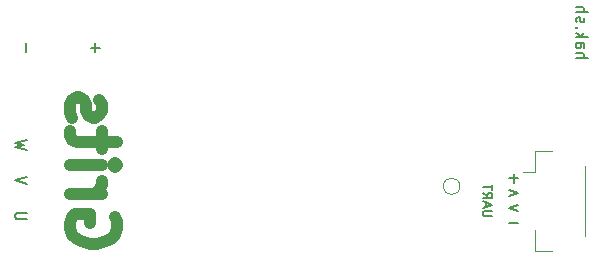
<source format=gbr>
G04 #@! TF.GenerationSoftware,KiCad,Pcbnew,(5.1.5-0-10_14)*
G04 #@! TF.CreationDate,2020-01-04T14:18:12-08:00*
G04 #@! TF.ProjectId,Grits,47726974-732e-46b6-9963-61645f706362,rev?*
G04 #@! TF.SameCoordinates,Original*
G04 #@! TF.FileFunction,Legend,Bot*
G04 #@! TF.FilePolarity,Positive*
%FSLAX46Y46*%
G04 Gerber Fmt 4.6, Leading zero omitted, Abs format (unit mm)*
G04 Created by KiCad (PCBNEW (5.1.5-0-10_14)) date 2020-01-04 14:18:12*
%MOMM*%
%LPD*%
G04 APERTURE LIST*
%ADD10C,0.150000*%
%ADD11C,1.000000*%
%ADD12C,0.120000*%
G04 APERTURE END LIST*
D10*
X159547619Y-98918928D02*
X160547619Y-98918928D01*
X159547619Y-98490357D02*
X160071428Y-98490357D01*
X160166666Y-98537976D01*
X160214285Y-98633214D01*
X160214285Y-98776071D01*
X160166666Y-98871309D01*
X160119047Y-98918928D01*
X159547619Y-97585595D02*
X160071428Y-97585595D01*
X160166666Y-97633214D01*
X160214285Y-97728452D01*
X160214285Y-97918928D01*
X160166666Y-98014166D01*
X159595238Y-97585595D02*
X159547619Y-97680833D01*
X159547619Y-97918928D01*
X159595238Y-98014166D01*
X159690476Y-98061785D01*
X159785714Y-98061785D01*
X159880952Y-98014166D01*
X159928571Y-97918928D01*
X159928571Y-97680833D01*
X159976190Y-97585595D01*
X159547619Y-97109404D02*
X160547619Y-97109404D01*
X159928571Y-97014166D02*
X159547619Y-96728452D01*
X160214285Y-96728452D02*
X159833333Y-97109404D01*
X159642857Y-96299880D02*
X159595238Y-96252261D01*
X159547619Y-96299880D01*
X159595238Y-96347500D01*
X159642857Y-96299880D01*
X159547619Y-96299880D01*
X159595238Y-95871309D02*
X159547619Y-95776071D01*
X159547619Y-95585595D01*
X159595238Y-95490357D01*
X159690476Y-95442738D01*
X159738095Y-95442738D01*
X159833333Y-95490357D01*
X159880952Y-95585595D01*
X159880952Y-95728452D01*
X159928571Y-95823690D01*
X160023809Y-95871309D01*
X160071428Y-95871309D01*
X160166666Y-95823690D01*
X160214285Y-95728452D01*
X160214285Y-95585595D01*
X160166666Y-95490357D01*
X159547619Y-95014166D02*
X160547619Y-95014166D01*
X159547619Y-94585595D02*
X160071428Y-94585595D01*
X160166666Y-94633214D01*
X160214285Y-94728452D01*
X160214285Y-94871309D01*
X160166666Y-94966547D01*
X160119047Y-95014166D01*
D11*
X120500000Y-112302380D02*
X120690476Y-112683333D01*
X120690476Y-113254761D01*
X120500000Y-113826190D01*
X120119047Y-114207142D01*
X119738095Y-114397619D01*
X118976190Y-114588095D01*
X118404761Y-114588095D01*
X117642857Y-114397619D01*
X117261904Y-114207142D01*
X116880952Y-113826190D01*
X116690476Y-113254761D01*
X116690476Y-112873809D01*
X116880952Y-112302380D01*
X117071428Y-112111904D01*
X118404761Y-112111904D01*
X118404761Y-112873809D01*
X116690476Y-110397619D02*
X119357142Y-110397619D01*
X118595238Y-110397619D02*
X118976190Y-110207142D01*
X119166666Y-110016666D01*
X119357142Y-109635714D01*
X119357142Y-109254761D01*
X116690476Y-107921428D02*
X119357142Y-107921428D01*
X120690476Y-107921428D02*
X120500000Y-108111904D01*
X120309523Y-107921428D01*
X120500000Y-107730952D01*
X120690476Y-107921428D01*
X120309523Y-107921428D01*
X119357142Y-106588095D02*
X119357142Y-105064285D01*
X120690476Y-106016666D02*
X117261904Y-106016666D01*
X116880952Y-105826190D01*
X116690476Y-105445238D01*
X116690476Y-105064285D01*
X116880952Y-103921428D02*
X116690476Y-103540476D01*
X116690476Y-102778571D01*
X116880952Y-102397619D01*
X117261904Y-102207142D01*
X117452380Y-102207142D01*
X117833333Y-102397619D01*
X118023809Y-102778571D01*
X118023809Y-103350000D01*
X118214285Y-103730952D01*
X118595238Y-103921428D01*
X118785714Y-103921428D01*
X119166666Y-103730952D01*
X119357142Y-103350000D01*
X119357142Y-102778571D01*
X119166666Y-102397619D01*
D10*
X152438095Y-112276190D02*
X151790476Y-112276190D01*
X151714285Y-112238095D01*
X151676190Y-112200000D01*
X151638095Y-112123809D01*
X151638095Y-111971428D01*
X151676190Y-111895238D01*
X151714285Y-111857142D01*
X151790476Y-111819047D01*
X152438095Y-111819047D01*
X151866666Y-111476190D02*
X151866666Y-111095238D01*
X151638095Y-111552380D02*
X152438095Y-111285714D01*
X151638095Y-111019047D01*
X151638095Y-110295238D02*
X152019047Y-110561904D01*
X151638095Y-110752380D02*
X152438095Y-110752380D01*
X152438095Y-110447619D01*
X152400000Y-110371428D01*
X152361904Y-110333333D01*
X152285714Y-110295238D01*
X152171428Y-110295238D01*
X152095238Y-110333333D01*
X152057142Y-110371428D01*
X152019047Y-110447619D01*
X152019047Y-110752380D01*
X152438095Y-110066666D02*
X152438095Y-109609523D01*
X151638095Y-109838095D02*
X152438095Y-109838095D01*
X154630952Y-112821428D02*
X153869047Y-112821428D01*
X154630952Y-109071428D02*
X153869047Y-109071428D01*
X154250000Y-109452380D02*
X154250000Y-108690476D01*
X153869047Y-110035714D02*
X154630952Y-110321428D01*
X153869047Y-110607142D01*
X154630952Y-111285714D02*
X153869047Y-111571428D01*
X154630952Y-111857142D01*
X113047619Y-112535714D02*
X112238095Y-112535714D01*
X112142857Y-112488095D01*
X112095238Y-112440476D01*
X112047619Y-112345238D01*
X112047619Y-112154761D01*
X112095238Y-112059523D01*
X112142857Y-112011904D01*
X112238095Y-111964285D01*
X113047619Y-111964285D01*
X113047619Y-109583333D02*
X112047619Y-109250000D01*
X113047619Y-108916666D01*
X113047619Y-106678571D02*
X112047619Y-106440476D01*
X112761904Y-106250000D01*
X112047619Y-106059523D01*
X113047619Y-105821428D01*
X112928571Y-98380952D02*
X112928571Y-97619047D01*
X118821428Y-97619047D02*
X118821428Y-98380952D01*
X119202380Y-98000000D02*
X118440476Y-98000000D01*
D12*
X160310000Y-108035000D02*
X160310000Y-113965000D01*
X156040000Y-115235000D02*
X156040000Y-113435000D01*
X157490000Y-115235000D02*
X156040000Y-115235000D01*
X156040000Y-108565000D02*
X155050000Y-108565000D01*
X156040000Y-106765000D02*
X156040000Y-108565000D01*
X157490000Y-106765000D02*
X156040000Y-106765000D01*
X149700000Y-109750000D02*
G75*
G03X149700000Y-109750000I-700000J0D01*
G01*
M02*

</source>
